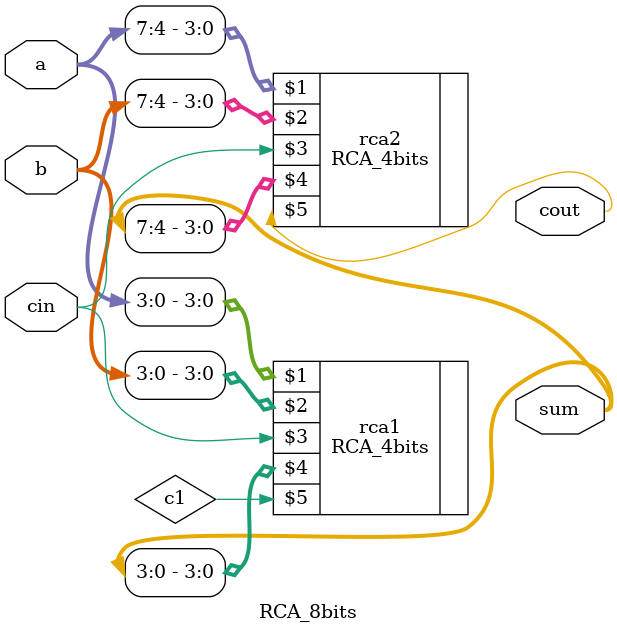
<source format=v>
`timescale 1ns / 1ps
module RCA_8bits(a,b,cin,sum,cout);
input [7:0] a,b;
input cin;
output [7:0] sum;
output cout;
wire c1;


RCA_4bits rca1(a[3:0],b[3:0],cin,sum[3:0],c1);
RCA_4bits rca2(a[7:4],b[7:4],cin,sum[7:4],cout);

endmodule

</source>
